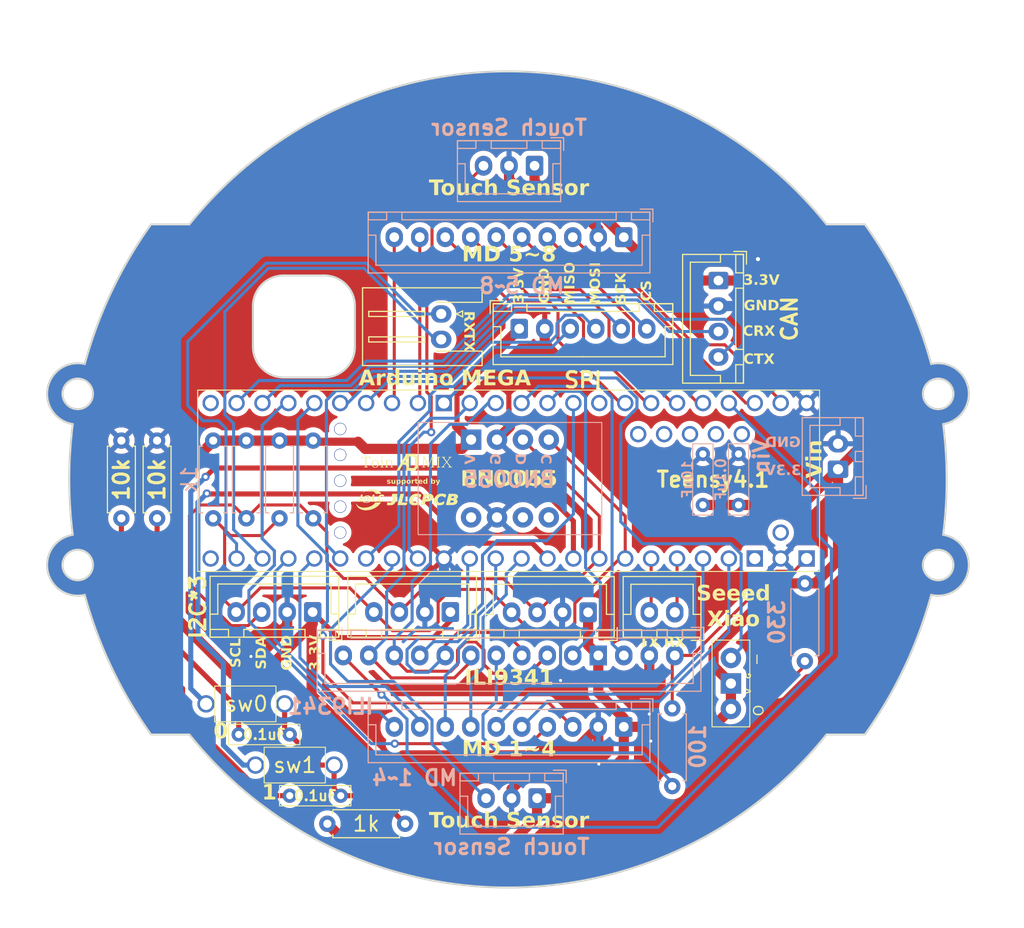
<source format=kicad_pcb>
(kicad_pcb (version 20221018) (generator pcbnew)
  (layers (0 "F.Cu" signal) (31 "B.Cu" signal) (34 "B.Paste" user) (35 "F.Paste" user) (36 "B.SilkS" user "B.Silkscreen") (37 "F.SilkS" user "F.Silkscreen") (38 "B.Mask" user) (39 "F.Mask" user) (44 "Edge.Cuts" user))
  (net 0 "")
  (net 1 "+3.3V")
  (net 2 "GND")
  (net 3 "Net-(D1-A)")
  (net 4 "RX8ofMain")
  (net 5 "TX8ofMain")
  (net 6 "RX5ofMain")
  (net 7 "TX5ofMain")
  (net 8 "Button1")
  (net 9 "Button0")
  (net 10 "Display_LED")
  (net 11 "Display_CS")
  (net 12 "Display_D{slash}C")
  (net 13 "Display_SDI(MOSI)")
  (net 14 "Display_SCK")
  (net 15 "Display_SDO(MISO)")
  (net 16 "Display_T_CS")
  (net 17 "Display_T_IRQ")
  (net 18 "motor1-1")
  (net 19 "motor1-2")
  (net 20 "motor2-1")
  (net 21 "motor2-2")
  (net 22 "motor3-1")
  (net 23 "motor3-2")
  (net 24 "motor4-1")
  (net 25 "motor4-2")
  (net 26 "motor5-1")
  (net 27 "motor5-2")
  (net 28 "motor6-1")
  (net 29 "motor6-2")
  (net 30 "motor7-1")
  (net 31 "motor7-2")
  (net 32 "motor8-1")
  (net 33 "motor8-2")
  (net 34 "SDA")
  (net 35 "SCL")
  (net 36 "MISO1")
  (net 37 "MOSI1")
  (net 38 "SCK1")
  (net 39 "CS1")
  (net 40 "TouchSig1")
  (net 41 "TouchSig2")
  (net 42 "CRX3ofMain")
  (net 43 "CTX3ofMain")
  (net 44 "Net-(SW1A-A)")
  (net 49 "Net-(J5-Pin_8)")
  (net 53 "Net-(C2-Pad1)")
  (net 54 "Net-(C2-Pad2)")
  (net 55 "Net-(C3-Pad1)")
  (footprint "Resistor_THT:R_Axial_DIN0207_L6.3mm_D2.5mm_P7.62mm_Horizontal" (layer "F.Cu") (at 165.5 96.19 -90)
    (fp_text reference "10k")
    (fp_text value "R")
  )
  (footprint "@images:JLCPCB_icon_10mm" (layer "F.Cu") (at 190 102)
    (fp_text reference "G***" hide)
    (fp_text value "LOGO" hide)
  )
  (footprint "Resistor_THT:R_Axial_DIN0207_L6.3mm_D2.5mm_P7.62mm_Horizontal" (layer "F.Cu") (at 182.19 133.75)
    (fp_text reference "1k")
    (fp_text value "R")
  )
  (footprint "Connector_JST:JST_XH_B2B-XH-A_1x02_P2.50mm_Vertical" (layer "F.Cu") (at 216.25 113.025 180)
    (fp_text reference "J3" hide)
    (fp_text value "Seeed Xiao_UI")
  )
  (footprint "Connector_JST:JST_XH_B4B-XH-A_1x04_P2.50mm_Vertical" (layer "F.Cu") (at 207.75 113.025 180)
    (fp_text reference "J6" hide)
    (fp_text value "HC-SR04")
  )
  (footprint "Connector_JST:JST_XH_B4B-XH-A_1x04_P2.50mm_Vertical" (layer "F.Cu") (at 220.525 80.5 -90)
    (fp_text reference "CAN")
    (fp_text value "CAN")
  )
  (footprint "Connector_JST:JST_XH_S2B-XH-A-1_1x02_P2.50mm_Horizontal" (layer "F.Cu") (at 193.35 83.775 -90)
    (fp_text reference "J1" hide)
    (fp_text value "Arduino MEGA 2560 PRO MINI")
  )
  (footprint "@admixFootPrints:Capacitor_0.1uF" (layer "F.Cu") (at 176 125)
    (fp_text reference "0.1uF")
    (fp_text value "C")
  )
  (footprint "@images:2ToinADMIX_LOGO_10mm" (layer "F.Cu") (at 190 98.25)
    (fp_text reference "G***" hide)
    (fp_text value "LOGO" hide)
  )
  (footprint "@admixFootPrints:SlideSwitch" (layer "F.Cu") (at 221.75 120 -90)
    (fp_text reference "SW1" hide)
    (fp_text value "SW_DPDT_x2")
  )
  (footprint "Connector_JST:JST_XH_B4B-XH-A_1x04_P2.50mm_Vertical" (layer "F.Cu") (at 180.75 113 180)
    (fp_text reference "I2C*3")
    (fp_text value "Unit V(?)")
  )
  (footprint "Connector_JST:JST_XH_B6B-XH-A_1x06_P2.50mm_Vertical" (layer "F.Cu") (at 201 85.225)
    (fp_text reference "SPI")
    (fp_text value "SPI")
  )
  (footprint "@admixFootPrints:Teensy 4.1" (layer "F.Cu") (at 199.96 100.13 -90)
    (fp_text reference "Teensy4.1")
    (fp_text value "~")
  )
  (footprint "@admixFootPrints:TactSwitch_2legs" (layer "F.Cu") (at 179 127.9772)
    (fp_text reference "sw1")
    (fp_text value "SW_Push")
  )
  (footprint "@admixFootPrints:TactSwitch_2legs" (layer "F.Cu") (at 174.1528 121.9772)
    (fp_text reference "sw0")
    (fp_text value "SW_Push")
  )
  (footprint "Connector_JST:JST_XH_B4B-XH-A_1x04_P2.50mm_Vertical" (layer "F.Cu") (at 194.25 113 180)
    (fp_text reference "J9" hide)
    (fp_text value "Pixy 2")
  )
  (footprint "@admixFootPrints:Capacitor_0.1uF" (layer "F.Cu") (at 181 131)
    (fp_text reference "0.1uF")
    (fp_text value "C")
  )
  (footprint "@admixFootPrints:SML-E12P8WT86" (layer "F.Cu") (at 224.5 120 -90)
    (fp_text reference "D1" hide)
    (fp_text value "LED_Small" hide)
  )
  (footprint "Resistor_THT:R_Axial_DIN0207_L6.3mm_D2.5mm_P7.62mm_Horizontal" (layer "F.Cu") (at 162 96.19 -90)
    (fp_text reference "10k")
    (fp_text value "R")
  )
  (footprint "Resistor_THT:R_Axial_DIN0207_L6.3mm_D2.5mm_P7.62mm_Horizontal" (layer "B.Cu") (at 177.5 96.19 -90)
    (fp_text reference "R3" hide)
    (fp_text value "2.2k")
  )
  (footprint "Connector_JST:JST_XH_B10B-XH-A_1x10_P2.50mm_Vertical" (layer "B.Cu") (at 211.25 76.25 180)
    (fp_text reference "MD 5~8")
    (fp_text value "MotorDriverRight")
  )
  (footprint "@admixFootPrints:Capacitor_0.1uF" (layer "B.Cu") (at 222.5 100 90)
    (fp_text reference "0.1uF")
    (fp_text value "0.1uF")
  )
  (footprint "Resistor_THT:R_Axial_DIN0207_L6.3mm_D2.5mm_P7.62mm_Horizontal" (layer "B.Cu") (at 216 130.06 90)
    (fp_text reference "100")
    (fp_text value "100")
  )
  (footprint "@admixFootPrints:Capacitor_0.1uF" (layer "B.Cu") (at 219 100 90)
    (fp_text reference "10uF")
    (fp_text value "10uF")
  )
  (footprint "Resistor_THT:R_Axial_DIN0207_L6.3mm_D2.5mm_P7.62mm_Horizontal" (layer "B.Cu") (at 174.25 96.19 -90)
    (fp_text reference "R4" hide)
    (fp_text value "2.2k")
  )
  (footprint "Resistor_THT:R_Axial_DIN0207_L6.3mm_D2.5mm_P7.62mm_Horizontal" (layer "B.Cu") (at 180.8 96.19 -90)
    (fp_text reference "1k")
    (fp_text value "2.2k")
  )
  (footprint "Connector_JST:JST_XH_B3B-XH-A_1x03_P2.50mm_Vertical" (layer "B.Cu") (at 202.75 131.25 180)
    (fp_text reference "Touch Sensor")
    (fp_text value "Touch SensorBack")
  )
  (footprint "Connector_JST:JST_XH_B2B-XH-A_1x02_P2.50mm_Vertical" (layer "B.Cu") (at 232.25 99 90)
    (fp_text reference "Vin")
    (fp_text value "3.3Vin")
  )
  (footprint "Connector_JST:JST_XH_B10B-XH-A_1x10_P2.50mm_Vertical" (layer "B.Cu") (at 211.25 124.25 180)
    (fp_text reference "MD 1~4")
    (fp_text value "MotorDriverLeft")
  )
  (footprint "Connector_JST:JST_XH_B14B-XH-A_1x14_P2.50mm_Vertical" (layer "B.Cu") (at 216.25 117.25 180)
    (fp_text reference "ILI9341")
    (fp_text value "ILI9341")
  )
  (footprint "Connector_JST:JST_XH_B3B-XH-A_1x03_P2.50mm_Vertical" (layer "B.Cu") (at 202.5 69.25 180)
    (fp_text reference "Touch Sensor")
    (fp_text value "Touch SensorFront")
  )
  (footprint "Resistor_THT:R_Axial_DIN0207_L6.3mm_D2.5mm_P7.62mm_Horizontal" (layer "B.Cu") (at 229 110.19 -90)
    (fp_text reference "330")
    (fp_text value "330")
  )
  (footprint "@admixFootPrints:AE-BNO055-BO" (layer "B.Cu") (at 200.09 99.91 -90)
    (fp_text reference "BNO055")
    (fp_text value "AE-BNO055-BO")
  )
  (footprint "Resistor_THT:R_Axial_DIN0207_L6.3mm_D2.5mm_P7.62mm_Horizontal" (layer "B.Cu") (at 171 96.19 -90)
    (fp_text reference "R5" hide)
    (fp_text value "2.2k")
  )
  (gr_arc (start 184.894649 87) (mid 184.015969 89.12132) (end 181.894649 90) (stroke (width 0.2)) (layer "Edge.Cuts"))
  (gr_arc (start 231.119639 125) (mid 199.894649 140) (end 168.669659 125) (stroke (width 0.2)) (layer "Edge.Cuts"))
  (gr_arc (start 234.88036 75) (mid 238.73856 81.556828) (end 241.380861 88.690968) (stroke (width 0.2)) (layer "Edge.Cuts"))
  (gr_arc (start 181.894649 80) (mid 184.015969 80.87868) (end 184.894649 83) (stroke (width 0.2)) (layer "Edge.Cuts"))
  (gr_arc (start 241.380861 88.690968) (mid 245.010779 91.025849) (end 242.55069 94.572098) (stroke (width 0.2)) (layer "Edge.Cuts"))
  (gr_arc (start 242.55069 105.427902) (mid 245.010771 108.97415) (end 241.380861 111.309032) (stroke (width 0.2)) (layer "Edge.Cuts"))
  (gr_circle (center 242.068416 108.388884) (end 243.568416 108.388884) (stroke (width 0.2)) (fill none) (layer "Edge.Cuts"))
  (gr_line (start 184.894649 87) (end 184.894649 83) (stroke (width 0.2)) (layer "Edge.Cuts"))
  (gr_line (start 181.894649 80) (end 177.894649 80) (stroke (width 0.2)) (layer "Edge.Cuts"))
  (gr_arc (start 158.408437 88.690968) (mid 161.050738 81.556828) (end 164.908938 75) (stroke (width 0.2)) (layer "Edge.Cuts"))
  (gr_line (start 174.894649 83) (end 174.894649 87) (stroke (width 0.2)) (layer "Edge.Cuts"))
  (gr_arc (start 174.894649 83) (mid 175.773329 80.87868) (end 177.894649 80) (stroke (width 0.2)) (layer "Edge.Cuts"))
  (gr_circle (center 242.068416 91.611116) (end 243.568416 91.611116) (stroke (width 0.2)) (fill none) (layer "Edge.Cuts"))
  (gr_arc (start 157.238608 94.572098) (mid 154.778526 91.025845) (end 158.408437 88.690968) (stroke (width 0.2)) (layer "Edge.Cuts"))
  (gr_arc (start 157.238608 105.427902) (mid 156.894649 100) (end 157.238608 94.572098) (stroke (width 0.2)) (layer "Edge.Cuts"))
  (gr_arc (start 242.55069 94.572098) (mid 242.894649 100) (end 242.55069 105.427902) (stroke (width 0.2)) (layer "Edge.Cuts"))
  (gr_line (start 234.88036 125) (end 231.119639 125) (stroke (width 0.2)) (layer "Edge.Cuts"))
  (gr_line (start 168.669659 125) (end 164.908938 125) (stroke (width 0.2)) (layer "Edge.Cuts"))
  (gr_line (start 164.908938 75) (end 168.669659 75) (stroke (width 0.2)) (layer "Edge.Cuts"))
  (gr_line (start 231.119639 75) (end 234.88036 75) (stroke (width 0.2)) (layer "Edge.Cuts"))
  (gr_arc (start 158.408437 111.309032) (mid 154.778527 108.974155) (end 157.238608 105.427902) (stroke (width 0.2)) (layer "Edge.Cuts"))
  (gr_arc (start 164.908938 125) (mid 161.050738 118.443172) (end 158.408437 111.309032) (stroke (width 0.2)) (layer "Edge.Cuts"))
  (gr_arc (start 241.380861 111.309032) (mid 238.73856 118.443172) (end 234.88036 125) (stroke (width 0.2)) (layer "Edge.Cuts"))
  (gr_line (start 177.894649 90) (end 181.894649 90) (stroke (width 0.2)) (layer "Edge.Cuts"))
  (gr_arc (start 168.669659 75) (mid 199.894649 60) (end 231.119639 75) (stroke (width 0.2)) (layer "Edge.Cuts"))
  (gr_circle (center 157.720882 91.611116) (end 159.220882 91.611116) (stroke (width 0.2)) (fill none) (layer "Edge.Cuts"))
  (gr_circle (center 157.720882 108.388884) (end 159.220882 108.388884) (stroke (width 0.2)) (fill none) (layer "Edge.Cuts"))
  (gr_arc (start 177.894649 90) (mid 175.773329 89.12132) (end 174.894649 87) (stroke (width 0.2)) (layer "Edge.Cuts"))
  (gr_text "C" (at 203.75 98 90) (layer "B.SilkS") (effects (font (size 1 1) (thickness 0.25) bold) (justify mirror)))
  (gr_text "GND" (at 226.85 96.4) (layer "B.SilkS") (effects (font (size 1 1) (thickness 0.25) bold) (justify mirror)))
  (gr_text "3.3V" (at 226.85 99.15) (layer "B.SilkS") (effects (font (size 1 1) (thickness 0.25) bold) (justify mirror)))
  (gr_text "D" (at 201.25 98 90) (layer "B.SilkS") (effects (font (size 1 1) (thickness 0.25) bold) (justify mirror)))
  (gr_text "G" (at 198.75 98 90) (layer "B.SilkS") (effects (font (size 1 1) (thickness 0.25) bold) (justify mirror)))
  (gr_text "V" (at 196.25 98 90) (layer "B.SilkS") (effects (font (size 1 1) (thickness 0.25) bold) (justify mirror)))
  (gr_text "TX" (at 195.45 85.475 -90) (layer "F.SilkS") (effects (font (size 1 1) (thickness 0.2) bold) (justify left bottom)))
  (gr_text "GND" (at 178.25 117 90) (layer "F.SilkS") (effects (font (size 1 1) (thickness 0.25) bold)))
  (gr_text "GND" (at 224.75 83) (layer "F.SilkS") (effects (font (size 1 1) (thickness 0.25) bold)))
  (gr_text "CS" (at 213.5 81.5 90) (layer "F.SilkS") (effects (font (size 1 1) (thickness 0.25) bold)))
  (gr_text "3.3V" (at 224.75 80.5) (layer "F.SilkS") (effects (font (size 1 1) (thickness 0.25) bold)))
  (gr_text "MD 1~4" (at 200 126.5) (layer "F.SilkS") (effects (font (size 1.5 1.5) (thickness 0.2) bold)))
  (gr_text "3.3V" (at 181 117 90) (layer "F.SilkS") (effects (font (size 1 1) (thickness 0.25) bold)))
  (gr_text "V" (at 223.5 120.75 90) (layer "F.SilkS") (effects (font (size 0.5 0.5) (thickness 0.125) bold)))
  (gr_text "MD 5~8" (at 200 78) (layer "F.SilkS") (effects (font (size 1.5 1.5) (thickness 0.2) bold)))
  (gr_text "TX" (at 213.75 116) (layer "F.SilkS") (effects (font (size 1 1) (thickness 0.25) bold)))
  (gr_text "GND" (at 203.5 81 90) (layer "F.SilkS") (effects (font (size 1 1) (thickness 0.25) bold)))
  (gr_text "G" (at 223.5 119.25 90) (layer "F.SilkS") (effects (font (size 0.5 0.5) (thickness 0.125) bold)))
  (gr_text "Touch Sensor" (at 200 71.5) (layer "F.SilkS") (effects (font (size 1.5 1.5) (thickness 0.3) bold)))
  (gr_text "Touch Sensor" (at 200 133.5) (layer "F.SilkS") (effects (font (size 1.5 1.5) (thickness 0.3) bold)))
  (gr_text "SCL" (at 173.25 117 90) (layer "F.SilkS") (effects (font (size 1 1) (thickness 0.25) bold)))
  (gr_text "Seeed\nXiao" (at 222 112.5) (layer "F.SilkS") (effects (font (size 1.5 1.5) (thickness 0.25) bold)))
  (gr_text "0" (at 171.75 124.75) (layer "F.SilkS") (effects (font (size 1.5 1.5) (thickness 0.2) bold)))
  (gr_text "Vin" (at 230 98 90) (layer "F.SilkS") (effects (font (size 1.5 1.5) (thickness 0.3) bold)))
  (gr_text "CTX" (at 224.5 88.25) (layer "F.SilkS") (effects (font (size 1 1) (thickness 0.25) bold)))
  (gr_text "CRX" (at 224.5 85.5) (layer "F.SilkS") (effects (font (size 1 1) (thickness 0.25) bold)))
  (gr_text "ILI9341" (at 200 119.5) (layer "F.SilkS") (effects (font (size 1.5 1.5) (thickness 0.3) bold)))
  (gr_text "Arduino MEGA" (at 185.25 91.025) (layer "F.SilkS") (effects (font (size 1.5 1.5) (thickness 0.2) bold) (justify left bottom)))
  (gr_text "MOSI" (at 208.5 80.75 90) (layer "F.SilkS") (effects (font (size 1 1) (thickness 0.25) bold)))
  (gr_text "RX" (at 216.25 116) (layer "F.SilkS") (effects (font (size 1 1) (thickness 0.25) bold)))
  (gr_text "supported by" (at 188 100.5) (layer "F.SilkS") (effects (font (size 0.5 0.5) (thickness 0.125) bold) (justify left bottom)))
  (gr_text "1" (at 176.5 130.75) (layer "F.SilkS") (effects (font (size 1.5 1.5) (thickness 0.2) bold)))
  (gr_text "RX" (at 195.45 83.475 270) (layer "F.SilkS") (effects (font (size 1 1) (thickness 0.2) bold) (justify left bottom)))
  (gr_text "MISO" (at 206 80.75 90) (layer "F.SilkS") (effects (font (size 1 1) (thickness 0.25) bold)))
  (gr_text "3.3V" (at 201 81 90) (layer "F.SilkS") (effects (font (size 1 1) (thickness 0.25) bold)))
  (gr_text "BNO055" (at 200 100) (layer "F.SilkS") (effects (font (size 1.5 1.5) (thickness 0.2) bold)))
  (gr_text "SDA" (at 175.75 117 90) (layer "F.SilkS") (effects (font (size 1 1) (thickness 0.25) bold)))
  (gr_text "SCK" (at 211 81.25 90) (layer "F.SilkS") (effects (font (size 1 1) (thickness 0.25) bold)))
  (segment (start 180.6505 121.1505) (end 180.6505 113.0995) (width 1) (layer "F.Cu") (net 1))
  (segment (start 221.75 120) (end 221.75 122.5) (width 1) (layer "F.Cu") (net 1))
  (segment (start 185.2 96.3) (end 185.9 97) (width 1) (layer "F.Cu") (net 1))
  (segment (start 184.44 136) (end 182.19 133.75) (width 1) (layer "F.Cu") (net 1))
  (segment (start 180.6505 113.0995) (end 180.75 113) (width 1) (layer "F.Cu") (net 1))
  (segment (start 202.75 133.05) (end 199.8 136) (width 1) (layer "F.Cu") (net 1))
  (segment (start 208.75 117.25) (end 208.75 120.9) (width 1) (layer "F.Cu") (net 1))
  (segment (start 180.75 113) (end 183.25 115.5) (width 0.5) (layer "F.Cu") (net 1))
  (segment (start 211.25 127.25) (end 207.25 131.25) (width 1) (layer "F.Cu") (net 1))
  (segment (start 180.75 113) (end 180.75 114.15) (width 1) (layer "F.Cu") (net 1))
  (segment (start 171 96.19) (end 174.25 96.19) (width 1) (layer "F.Cu") (net 1))
  (segment (start 207.2 72.2) (end 211.25 76.25) (width 1) (layer "F.Cu") (net 1))
  (segment (start 207.25 131.25) (end 202.75 131.25) (width 1) (layer "F.Cu") (net 1))
  (segment (start 202.5 69.25) (end 202.5 70.8) (width 1) (layer "F.Cu") (net 1))
  (segment (start 203.9 72.2) (end 207.2 72.2) (width 1) (layer "F.Cu") (net 1))
  (segment (start 167.3 99.95) (end 171 96.25) (width 1) (layer "F.Cu") (net 1))
  (segment (start 224.8 80.5) (end 234.6 90.3) (width 1) (layer "F.Cu") (net 1))
  (segment (start 195.11 91.115) (end 195.11 91.325) (width 1) (layer "F.Cu") (net 1))
  (segment (start 222.5 102.5) (end 219 102.5) (width 1) (layer "F.Cu") (net 1))
  (segment (start 202.5 70.8) (end 203.9 72.2) (width 1) (layer "F.Cu") (net 1))
  (segment (start 202.75 131.25) (end 202.75 133.05) (width 1) (layer "F.Cu") (net 1))
  (segment (start 211.25 123.4) (end 211.25 124.25) (width 0.5) (layer "F.Cu") (net 1))
  (segment (start 180.75 114.15) (end 175.8 119.1) (width 1) (layer "F.Cu") (net 1))
  (segment (start 230.01 110.19) (end 226.56 110.19) (width 1) (layer "F.Cu") (net 1))
  (segment (start 220.05 116.7) (end 220.05 118.3) (width 1) (layer "F.Cu") (net 1))
  (segment (start 220.525 80.5) (end 220.55 80.5) (width 0.5) (layer "F.Cu") (net 1))
  (segment (start 208.75 120.9) (end 211.25 123.4) (width 1) (layer "F.Cu") (net 1))
  (segment (start 172.9 119.1) (end 167.3 113.5) (width 1) (layer "F.Cu") (net 1))
  (segment (start 180.95 96.34) (end 180.8 96.19) (width 0.5) (layer "F.Cu") (net 1))
  (segment (start 220 124.25) (end 211.25 124.25) (width 1) (layer "F.Cu") (net 1))
  (segment (start 174.25 96.19) (end 177.5 96.19) (width 1) (layer "F.Cu") (net 1))
  (segment (start 232.25 107.95) (end 230.01 110.19) (width 1) (layer "F.Cu") (net 1))
  (segment (start 232.25 99) (end 232.25 107.95) (width 1) (layer "F.Cu") (net 1))
  (segment (start 180.8 96.19) (end 180.91 96.3) (width 0.5) (layer "F.Cu") (net 1))
  (segment (start 194.9 91.325) (end 194.9 94.78) (width 0.5) (layer "F.Cu") (net 1))
  (segment (start 195.38 97) (end 196.28 96.1) (width 1) (layer "F.Cu") (net 1))
  (segment (start 220.525 80.5) (end 215.4 80.5) (width 1) (layer "F.Cu") (net 1))
  (segment (start 228.75 102.5) (end 232.25 99) (width 1) (layer "F.Cu") (net 1))
  (segment (start 194.25 113.85) (end 194.25 113) (width 0.5) (layer "F.Cu") (net 1))
  (segment (start 183.25 115.5) (end 192.6 115.5) (width 0.5) (layer "F.Cu") (net 1))
  (segment (start 167.3 113.5) (end 167.3 99.95) (width 1) (layer "F.Cu") (net 1))
  (segment (start 192.6 115.5) (end 194.25 113.85) (width 0.5) (layer "F.Cu") (net 1))
  (segment (start 234.6 96.65) (end 232.25 99) (width 1) (layer "F.Cu") (net 1))
  (segment (start 211.25 124.25) (end 211.25 127.25) (width 1) (layer "F.Cu") (net 1))
  (segment (start 195.5 136) (end 180.6505 121.1505) (width 1) (layer "F.Cu") (net 1))
  (segment (start 175.8 119.1) (end 172.9 119.1) (width 1) (layer "F.Cu") (net 1))
  (segment (start 201 85.225) (end 195.11 91.115) (width 1) (layer "F.Cu") (net 1))
  (segment (start 220.05 118.3) (end 221.75 120) (width 1) (layer "F.Cu") (net 1))
  (segment (start 221.75 122.5) (end 220 124.25) (width 1) (layer "F.Cu") (net 1))
  (segment (start 194.9 94.78) (end 196.25 96.13) (width 1) (layer "F.Cu") (net 1))
  (segment (start 226.56 110.19) (end 220.05 116.7) (width 1) (layer "F.Cu") (net 1))
  (segment (start 215.4 80.5) (end 211.25 76.35) (width 1) (layer "F.Cu") (net 1))
  (segment (start 207.75 113.025) (end 207.75 116.25) (width 1) (layer "F.Cu") (net 1))
  (segment (start 199.8 136) (end 184.44 136) (width 1) (layer "F.Cu") (net 1))
  (segment (start 185.9 97) (end 195.38 97) (width 1) (layer "F.Cu") (net 1))
  (segment (start 220.55 80.5) (end 224.8 80.5) (width 1) (layer "F.Cu") (net 1))
  (segment (start 180.91 96.3) (end 185.2 96.3) (width 0.8) (layer "F.Cu") (net 1))
  (segment (start 234.6 90.3) (end 234.6 96.65) (width 1) (layer "F.Cu") (net 1))
  (segment (start 171 96.25) (end 171 96.19) (width 0.5) (layer "F.Cu") (net 1))
  (segment (start 207.75 116.25) (end 208.75 117.25) (width 1) (layer "F.Cu") (net 1))
  (segment (start 177.5 96.19) (end 180.8 96.19) (width 1) (layer "F.Cu") (net 1))
  (segment (start 222.5 102.5) (end 228.75 102.5) (width 1) (layer "F.Cu") (net 1))
  (segment (start 178.25 114.25) (end 175.15 117.35) (width 1) (layer "F.Cu") (net 2))
  (segment (start 200.08 94.84) (end 198.79 96.13) (width 1) (layer "F.Cu") (net 2))
  (segment (start 203.1 127.5) (end 205.5 127.5) (width 1) (layer "F.Cu") (net 2))
  (segment (start 203.5 87.65) (end 200.08 91.07) (width 1) (layer "F.Cu") (net 2))
  (segment (start 178.25 113) (end 178.25 113.8) (width 0.5) (layer "F.Cu") (net 2))
  (segment (start 203.5 85.225) (end 203.5 87.65) (width 1) (layer "F.Cu") (net 2))
  (segment (start 175.15 117.35) (end 174.7 117.35) (width 1) (layer "F.Cu") (net 2))
  (segment (start 200 93.047767) (end 200 94.76) (width 0.5) (layer "F.Cu") (net 2))
  (segment (start 208.75 75.45) (end 208.75 76.25) (width 1) (layer "F.Cu") (net 2))
  (segment (start 200 94.76) (end 200.08 94.84) (width 0.5) (layer "F.Cu") (net 2))
  (segment (start 199.98 91.17) (end 199.98 93.027767) (width 0.5) (layer "F.Cu") (net 2))
  (segment (start 206.7 73.4) (end 208.75 75.45) (width 1) (layer "F.Cu") (net 2))
  (segment (start 178.25 113.8) (end 178.25 114.25) (width 1) (layer "F.Cu") (net 2))
  (segment (start 200.25 130.35) (end 203.1 127.5) (width 1) (layer "F.Cu") (net 2))
  (segment (start 200 69.25) (end 200 70.6) (width 1) (layer "F.Cu") (net 2))
  (segment (start 200.25 131.25) (end 200.25 130.35) (width 1) (layer "F.Cu") (net 2))
  (segment (start 200.08 91.07) (end 199.98 91.17) (width 0.5) (layer "F.Cu") (net 2))
  (segment (start 205.5 127.5) (end 208.75 124.25) (width 1) (layer "F.Cu") (net 2))
  (segment (start 208.75 127.85) (end 208.8 127.9) (width 0.5) (layer "F.Cu") (net 2))
  (segment (start 200 70.6) (end 202.8 73.4) (width 1) (layer "F.Cu") (net 2))
  (segment (start 202.8 73.4) (end 206.7 73.4) (width 1) (layer "F.Cu") (net 2))
  (segment (start 199.98 93.027767) (end 200 93.047767) (width 0.5) (layer "F.Cu") (net 2))
  (segment (start 213.75 117.25) (end 213.75 123) (width 1) (layer "F.Cu") (net 2))
  (segment (start 208.75 124.25) (end 208.75 127.85) (width 1) (layer "F.Cu") (net 2))
  (via (at 174.7 117.35) (size 0.5) (drill 0.3) (layers "F.Cu" "B.Cu") (net 2))
  (via (at 208.8 127.9) (size 0.5) (drill 0.3) (layers "F.Cu" "B.Cu") (net 2))
  (via (at 213.9 125.65) (size 0.5) (drill 0.3) (layers "F.Cu" "B.Cu") (net 2))
  (via (at 224.4 78.4) (size 0.8) (drill 0.4) (layers "F.Cu" "B.Cu") (net 2))
  (via (at 205.05 119.7) (size 0.5) (drill 0.3) (layers "F.Cu" "B.Cu") (net 2))
  (via (at 213.75 123) (size 0.5) (drill 0.3) (layers "F.Cu" "B.Cu") (net 2))
  (segment (start 222.25 83) (end 224.4 80.85) (width 1) (layer "B.Cu") (net 2))
  (segment (start 224.4 80.85) (end 224.4 78.4) (width 1) (layer "B.Cu") (net 2))
  (segment (start 191.75 111.25) (end 191.75 113) (width 1) (layer "B.Cu") (net 2))
  (segment (start 193.61 107.75) (end 193.61 109.39) (width 1) (layer "B.Cu") (net 2))
  (segment (start 213.75 123) (end 213.75 125.5) (width 1) (layer "B.Cu") (net 2))
  (segment (start 213.75 125.5) (end 213.9 125.65) (width 1) (layer "B.Cu") (net 2))
  (segment (start 205.25 113.025) (end 205.05 113.225) (width 0.3) (layer "B.Cu") (net 2))
  (segment (start 220.525 83) (end 222.25 83) (width 1) (layer "B.Cu") (net 2))
  (segment (start 205.05 113.225) (end 205.05 119.7) (width 0.3) (layer "B.Cu") (net 2))
  (segment (start 193.61 109.39) (end 191.75 111.25) (width 1) (layer "B.Cu") (net 2))
  (segment (start 226.45 120.8) (end 229 118.25) (width 0.3) (layer "F.Cu") (net 3))
  (segment (start 224.5 120.8) (end 226.45 120.8) (width 0.3) (layer "F.Cu") (net 3))
  (segment (start 229 118.25) (end 229 117.81) (width 0.3) (layer "F.Cu") (net 3))
  (segment (start 168.5 86.492894) (end 168.5 92.75) (width 0.3) (layer "B.Cu") (net 4))
  (segment (start 172.25 95) (end 172.25 105.25) (width 0.3) (layer "B.Cu") (net 4))
  (segment (start 193.35 83.775) (end 190.982106 83.775) (width 0.3) (layer "B.Cu") (net 4))
  (segment (start 170 94.25) (end 171.5 94.25) (width 0.3) (layer "B.Cu") (net 4))
  (segment (start 173.29 106.29) (end 173.29 107.75) (width 0.3) (layer "B.Cu") (net 4))
  (segment (start 190.982106 83.775) (end 186.007106 78.8) (width 0.3) (layer "B.Cu") (net 4))
  (segment (start 172.25 105.25) (end 173.29 106.29) (width 0.3) (layer "B.Cu") (net 4))
  (segment (start 176.192894 78.8) (end 168.5 86.492894) (width 0.3) (layer "B.Cu") (net 4))
  (segment (start 186.007106 78.8) (end 176.192894 78.8) (width 0.3) (layer "B.Cu") (net 4))
  (segment (start 171.5 94.25) (end 172.25 95) (width 0.3) (layer "B.Cu") (net 4))
  (segment (start 168.5 92.75) (end 170 94.25) (width 0.3) (layer "B.Cu") (net 4))
  (segment (start 172.14 93.64) (end 173 94.5) (width 0.3) (layer "B.Cu") (net 5))
  (segment (start 173 94.5) (end 173 104.92) (width 0.3) (layer "B.Cu") (net 5))
  (segment (start 172.14 83.56) (end 172.14 93.64) (width 0.3) (layer "B.Cu") (net 5))
  (segment (start 173 104.92) (end 175.83 107.75) (width 0.3) (layer "B.Cu") (net 5))
  (segment (start 192.775 86.275) (end 185.8 79.3) (width 0.3) (layer "B.Cu") (net 5))
  (segment (start 176.4 79.3) (end 172.14 83.56) (width 0.3) (layer "B.Cu") (net 5))
  (segment (start 193.35 86.275) (end 192.775 86.275) (width 0.3) (layer "B.Cu") (net 5))
  (segment (start 185.8 79.3) (end 176.4 79.3) (width 0.3) (layer "B.Cu") (net 5))
  (segment (start 216.47 107.75) (end 216.47 112.805) (width 0.3) (layer "F.Cu") (net 6))
  (segment (start 216.47 112.805) (end 216.25 113.025) (width 0.3) (layer "F.Cu") (net 6))
  (segment (start 213.93 112.845) (end 213.75 113.025) (width 0.3) (layer "F.Cu") (net 7))
  (segment (start 213.93 107.75) (end 213.93 112.845) (width 0.3) (layer "F.Cu") (net 7))
  (segment (start 191.17 101.42) (end 196 106.25) (width 0.5) (layer "F.Cu") (net 8))
  (segment (start 202.27 106.25) (end 203.77 107.75) (width 0.5) (layer "F.Cu") (net 8))
  (segment (start 196 106.25) (end 202.27 106.25) (width 0.5) (layer "F.Cu") (net 8))
  (segment (start 170.42 101.42) (end 191.17 101.42) (width 0.5) (layer "F.Cu") (net 8))
  (segment (start 170.375 101.375) (end 170.42 101.42) (width 0.5) (layer "F.Cu") (net 8))
  (via (at 170.375 101.375) (size 0.8) (drill 0.4) (layers "F.Cu" "B.Cu") (net 8))
  (segment (start 172 126.054881) (end 173.945119 128) (width 0.5) (layer "B.Cu") (net 8))
  (segment (start 170.375 101.375) (end 169.5 102.25) (width 0.5) (layer "B.Cu") (net 8))
  (segment (start 172 118) (end 172 126.054881) (width 0.5) (layer "B.Cu") (net 8))
  (segment (start 169.5 115.5) (end 172 118) (width 0.5) (layer "B.Cu") (net 8))
  (segment (start 173.945119 128) (end 175.1472 128) (width 0.5) (layer "B.Cu") (net 8))
  (segment (start 169.5 102.25) (end 169.5 115.5) (width 0.5) (layer "B.Cu") (net 8))
  (segment (start 201.11061 98.88) (end 206.31 104.07939) (width 0.5) (layer "F.Cu") (net 9))
  (segment (start 206.31 104.07939) (end 206.31 107.75) (width 0.5) (layer "F.Cu") (net 9))
  (segment (start 170.25 99.75) (end 171.12 98.88) (width 0.5) (layer "F.Cu") (net 9))
  (segment (start 171.12 98.88) (end 201.11061 98.88) (width 0.5) (layer "F.Cu") (net 9))
  (via (at 170.25 99.75) (size 0.8) (drill 0.4) (layers "F.Cu" "B.Cu") (net 9))
  (segment (start 170.3 122) (end 168.8 120.5) (width 0.5) (layer "B.Cu") (net 9))
  (segment (start 168.8 120.5) (end 168.8 101.2) (width 0.5) (layer "B.Cu") (net 9))
  (segment (start 168.8 101.2) (end 170.25 99.75) (width 0.5) (layer "B.Cu") (net 9))
  (segment (start 217.95 117.25) (end 226.2 109) (width 0.3) (layer "F.Cu") (net 10))
  (segment (start 227.92 109) (end 229.17 107.75) (width 0.3) (layer "F.Cu") (net 10))
  (segment (start 216 122.44) (end 216 117.5) (width 0.3) (layer "F.Cu") (net 10))
  (segment (start 226.2 109) (end 227.92 109) (width 0.3) (layer "F.Cu") (net 10))
  (segment (start 216 117.5) (end 216.25 117.25) (width 0.3) (layer "F.Cu") (net 10))
  (segment (start 216.25 117.25) (end 217.95 117.25) (width 0.3) (layer "F.Cu") (net 10))
  (segment (start 210.1 116.1) (end 210.1 92) (width 0.3) (layer "B.Cu") (net 11))
  (segment (start 208.96 90.86) (end 202.88 90.86) (width 0.3) (layer "B.Cu") (net 11))
  (segment (start 202.88 90.86) (end 201.23 92.51) (width 0.3) (layer "B.Cu") (net 11))
  (segment (start 211.25 117.25) (end 210.1 116.1) (width 0.3) (layer "B.Cu") (net 11))
  (segment (start 210.1 92) (end 208.96 90.86) (width 0.3) (layer "B.Cu") (net 11))
  (segment (start 206.96 91.36) (end 207.5 91.9) (width 0.3) (layer "B.Cu") (net 12))
  (segment (start 207.5 91.9) (end 207.5 108.65) (width 0.3) (layer "B.Cu") (net 12))
  (segment (start 207.5 108.65) (end 208.95 110.1) (width 0.3) (layer "B.Cu") (net 12))
  (segment (start 206.25 117.15) (end 206.25 117.25) (width 0.3) (layer "B.Cu") (net 12))
  (segment (start 203.77 92.51) (end 204.92 91.36) (width 0.3) (layer "B.Cu") (net 12))
  (segment (start 208.95 114.45) (end 206.25 117.15) (width 0.3) (layer "B.Cu") (net 12))
  (segment (start 208.95 110.1) (end 208.95 114.45) (width 0.3) (layer "B.Cu") (net 12))
  (segment (start 204.92 91.36) (end 206.96 91.36) (width 0.3) (layer "B.Cu") (net 12))
  (segment (start 194.95 116.727944) (end 194.95 118.15) (width 0.3) (layer "F.Cu") (net 13))
  (segment (start 188.75 117.55) (end 188.75 117.25) (width 0.3) (layer "F.Cu") (net 13))
  (segment (start 198.4 119) (end 197.55 118.15) (width 0.3) (layer "F.Cu") (net 13))
  (segment (start 195.752944 115.925) (end 194.95 116.727944) (width 0.3) (layer "F.Cu") (net 13))
  (segment (start 202 119) (end 198.4 119) (width 0.3) (layer "F.Cu") (net 13))
  (segment (start 203.75 117.25) (end 202 119) (width 0.3) (layer "F.Cu") (net 13))
  (segment (start 194.95 118.15) (end 194.3 118.8) (width 0.3) (layer "F.Cu") (net 13))
  (segment (start 196.747056 115.925) (end 195.752944 115.925) (width 0.3) (layer "F.Cu") (net 13))
  (segment (start 190 118.8) (end 188.75 117.55) (width 0.3) (layer "F.Cu") (net 13))
  (segment (start 194.3 118.8) (end 190 118.8) (width 0.3) (layer "F.Cu") (net 13))
  (segment (start 197.55 116.727944) (end 196.747056 115.925) (width 0.3) (layer "F.Cu") (net 13))
  (segment (start 197.55 118.15) (end 197.55 116.727944) (width 0.3) (layer "F.Cu") (net 13))
  (segment (start 190.5 110) (end 192.3 108.2) (width 0.3) (layer "B.Cu") (net 13))
  (segment (start 192.3 96.5) (end 194.2 94.6) (width 0.3) (layer "B.Cu") (net 13))
  (segment (start 195.870811 94.6) (end 197.960811 92.51) (width 0.3) (layer "B.Cu") (net 13))
  (segment (start 188.75 117.25) (end 188.75 115.65) (width 0.3) (layer "B.Cu") (net 13))
  (segment (start 194.2 94.6) (end 195.870811 94.6) (width 0.3) (layer "B.Cu") (net 13))
  (segment (start 190.5 113.9) (end 190.5 110) (width 0.3) (layer "B.Cu") (net 13))
  (segment (start 188.75 115.65) (end 190.5 113.9) (width 0.3) (layer "B.Cu") (net 13))
  (segment (start 192.3 108.2) (end 192.3 96.5) (width 0.3) (layer "B.Cu") (net 13))
  (segment (start 197.960811 92.51) (end 198.69 92.51) (width 0.3) (layer "B.Cu") (net 13))
  (segment (start 195 115) (end 199.6 115) (width 0.3) (layer "F.Cu") (net 14))
  (segment (start 193.75 117.25) (end 193.75 116.25) (width 0.3) (layer "F.Cu") (net 14))
  (segment (start 201.25 116.65) (end 201.25 117.25) (width 0.3) (layer "F.Cu") (net 14))
  (segment (start 199.6 115) (end 201.25 116.65) (width 0.3) (layer "F.Cu") (net 14))
  (segment (start 193.75 116.25) (end 195 115) (width 0.3) (layer "F.Cu") (net 14))
  (segment (start 194.785788 115.4) (end 191.277944 115.4) (width 0.3) (layer "B.Cu") (net 14))
  (segment (start 196.15 107.75) (end 195.95 107.95) (width 0.3) (layer "B.Cu") (net 14))
  (segment (start 195.95 114.235788) (end 194.785788 115.4) (width 0.3) (layer "B.Cu") (net 14))
  (segment (start 191.277944 115.4) (end 190 116.677944) (width 0.3) (layer "B.Cu") (net 14))
  (segment (start 190.8 118.9) (end 192.1 118.9) (width 0.3) (layer "B.Cu") (net 14))
  (segment (start 195.95 107.95) (end 195.95 114.235788) (width 0.3) (layer "B.Cu") (net 14))
  (segment (start 190 118.1) (end 190.8 118.9) (width 0.3) (layer "B.Cu") (net 14))
  (segment (start 190 116.677944) (end 190 118.1) (width 0.3) (layer "B.Cu") (net 14))
  (segment (start 192.1 118.9) (end 193.75 117.25) (width 0.3) (layer "B.Cu") (net 14))
  (segment (start 188.45 119.45) (end 194.65 119.45) (width 0.3) (layer "F.Cu") (net 15))
  (segment (start 196.25 117.85) (end 196.25 117.25) (width 0.3) (layer "F.Cu") (net 15))
  (segment (start 186.25 117.25) (end 188.45 119.45) (width 0.3) (layer "F.Cu") (net 15))
  (segment (start 194.65 119.45) (end 196.25 117.85) (width 0.3) (layer "F.Cu") (net 15))
  (segment (start 194.8 94) (end 196.15 92.65) (width 0.3) (layer "B.Cu") (net 15))
  (segment (start 192.3 94) (end 194.8 94) (width 0.3) (layer "B.Cu") (net 15))
  (segment (start 196.15 92.65) (end 196.15 92.51) (width 0.3) (layer "B.Cu") (net 15))
  (segment (start 188 111) (end 189.7 109.3) (width 0.3) (layer "B.Cu") (net 15))
  (segment (start 189.7 109.3) (end 189.7 96.6) (width 0.3) (layer "B.Cu") (net 15))
  (segment (start 189.7 96.6) (end 192.3 94) (width 0.3) (layer "B.Cu") (net 15))
  (segment (start 186.25 117.25) (end 188 115.5) (width 0.3) (layer "B.Cu") (net 15))
  (segment (start 188 115.5) (end 188 111) (width 0.3) (layer "B.Cu") (net 15))
  (segment (start 198.813654 106) (end 203.7 106) (width 0.3) (layer "B.Cu") (net 16))
  (segment (start 192.6 115.9) (end 194.992894 115.9) (width 0.3) (layer "B.Cu") (net 16))
  (segment (start 191.25 117.25) (end 192.6 115.9) (width 0.3) (layer "B.Cu") (net 16))
  (segment (start 194.992894 115.9) (end 196.45 114.442894) (width 0.3) (layer "B.Cu") (net 16))
  (segment (start 196.45 113.135788) (end 197.4 112.185788) (width 0.3) (layer "B.Cu") (net 16))
  (segment (start 197.4 112.185788) (end 197.4 107.413654) (width 0.3) (layer "B.Cu") (net 16))
  (segment (start 197.4 107.413654) (end 198.813654 106) (width 0.3) (layer "B.Cu") (net 16))
  (segment (start 196.45 114.442894) (end 196.45 113.135788) (width 0.3) (layer "B.Cu") (net 16))
  (segment (start 206.31 103.39) (end 206.31 92.51) (width 0.3) (layer "B.Cu") (net 16))
  (segment (start 203.7 106) (end 206.31 103.39) (width 0.3) (layer "B.Cu") (net 16))
  (segment (start 187.5 121.1) (end 183.75 117.35) (width 0.3) (layer "F.Cu") (net 17))
  (segment (start 183.75 117.35) (end 183.75 117.25) (width 0.3) (layer "F.Cu") (net 17))
  (via (at 187.5 121.1) (size 0.8) (drill 0.4) (layers "F.Cu" "B.Cu") (net 17))
  (segment (start 187.6 121.1) (end 187.5 121.1) (width 0.3) (layer "B.Cu") (net 17))
  (segment (start 230.3 101.26) (end 230.3 105.5) (width 0.3) (layer "B.Cu") (net 17))
  (segment (start 214.6 134.1) (end 197.35 134.1) (width 0.3) (layer "B.Cu") (net 17))
  (segment (start 197.35 134.1) (end 190 126.75) (width 0.3) (layer "B.Cu") (net 17))
  (segment (start 231.6 117.1) (end 214.6 134.1) (width 0.3) (layer "B.Cu") (net 17))
  (segment (start 190 123.5) (end 187.6 121.1) (width 0.3) (layer "B.Cu") (net 17))
  (segment (start 230.3 105.5) (end 231.6 106.8) (width 0.3) (layer "B.Cu") (net 17))
  (segment (start 231.6 106.8) (end 231.6 117.1) (width 0.3) (layer "B.Cu") (net 17))
  (segment (start 190 126.75) (end 190 123.5) (width 0.3) (layer "B.Cu") (net 17))
  (segment (start 221.55 92.51) (end 230.3 101.26) (width 0.3) (layer "B.Cu") (net 17))
  (segment (start 210 80) (end 211.408578 80) (width 0.3) (layer "F.Cu") (net 18))
  (segment (start 218.208578 86.8) (end 221.147056 86.8) (width 0.3) (layer "F.Cu") (net 18))
  (segment (start 211.408578 80) (end 218.208578 86.8) (width 0.3) (layer "F.Cu") (net 18))
  (segment (start 206.25 76.25) (end 210 80) (width 0.3) (layer "F.Cu") (net 18))
  (segment (start 221.147056 86.8) (end 226.63 92.282944) (width 0.3) (layer "F.Cu") (net 18))
  (segment (start 226.63 92.282944) (end 226.63 92.51) (width 0.3) (layer "F.Cu") (net 18))
  (segment (start 223.211472 92.51) (end 224.09 92.51) (width 0.3) (layer "F.Cu") (net 19))
  (segment (start 208.857107 80.5) (end 211.201472 80.5) (width 0.3) (layer "F.Cu") (net 19))
  (segment (start 203.75 76.25) (end 207.9 80.4) (width 0.3) (layer "F.Cu") (net 19))
  (segment (start 211.201472 80.5) (end 223.211472 92.51) (width 0.3) (layer "F.Cu") (net 19))
  (segment (start 207.9 80.4) (end 208.757107 80.4) (width 0.3) (layer "F.Cu") (net 19))
  (segment (start 208.757107 80.4) (end 208.857107 80.5) (width 0.3) (layer "F.Cu") (net 19))
  (segment (start 201.25 76.25) (end 205.9 80.9) (width 0.3) (layer "F.Cu") (net 20))
  (segment (start 205.9 80.9) (end 208.55 80.9) (width 0.3) (layer "F.Cu") (net 20))
  (segment (start 218.51 92.51) (end 219.01 92.51) (width 0.3) (layer "F.Cu") (net 20))
  (segment (start 212.2 84.55) (end 212.2 86.2) (width 0.3) (layer "F.Cu") (net 20))
  (segment (start 208.55 80.9) (end 212.2 84.55) (width 0.3) (layer "F.Cu") (net 20))
  (segment (start 212.2 86.2) (end 218.51 92.51) (width 0.3) (layer "F.Cu") (net 20))
  (segment (start 198.75 76.25) (end 203.9 81.4) (width 0.3) (layer "F.Cu") (net 21))
  (segment (start 207 81.4) (end 209.8 84.2) (width 0.3) (layer "F.Cu") (net 21))
  (segment (start 203.9 81.4) (end 207 81.4) (width 0.3) (layer "F.Cu") (net 21))
  (segment (start 209.8 86.3) (end 216.01 92.51) (width 0.3) (layer "F.Cu") (net 21))
  (segment (start 216.01 92.51) (end 216.47 92.51) (width 0.3) (layer "F.Cu") (net 21))
  (segment (start 209.8 84.2) (end 209.8 86.3) (width 0.3) (layer "F.Cu") (net 21))
  (segment (start 202 82) (end 204.75 82) (width 0.3) (layer "F.Cu") (net 22))
  (segment (start 207.3 84.55) (end 207.3 86.3) (width 0.3) (layer "F.Cu") (net 22))
  (segment (start 207.3 86.3) (end 213.51 92.51) (width 0.3) (layer "F.Cu") (net 22))
  (segment (start 196.25 76.25) (end 202 82) (width 0.3) (layer "F.Cu") (net 22))
  (segment (start 213.51 92.51) (end 213.93 92.51) (width 0.3) (layer "F.Cu") (net 22))
  (segment (start 204.75 82) (end 207.3 84.55) (width 0.3) (layer "F.Cu") (net 22))
  (segment (start 204.8 83.45) (end 204.8 86.4) (width 0.3) (layer "F.Cu") (net 23))
  (segment (start 200 82.5) (end 203.85 82.5) (width 0.3) (layer "F.Cu") (net 23))
  (segment (start 193.75 76.25) (end 200 82.5) (width 0.3) (layer "F.Cu") (net 23))
  (segment (start 210.91 92.51) (end 211.39 92.51) (width 0.3) (layer "F.Cu") (net 23))
  (segment (start 204.8 86.4) (end 210.91 92.51) (width 0.3) (layer "F.Cu") (net 23))
  (segment (start 203.85 82.5) (end 204.8 83.45) (width 0.3) (layer "F.Cu") (net 23))
  (segment (start 191.25 76.25) (end 191.25 92.33) (width 0.3) (layer "F.Cu") (net 24))
  (segment (start 191.25 92.33) (end 191.07 92.51) (width 0.3) (layer "F.Cu") (net 24))
  (segment (start 188.75 76.25) (end 188.75 92.29) (width 0.3) (layer "F.Cu") (net 25))
  (segment (start 188.75 92.29) (end 188.53 92.51) (width 0.3) (layer "F.Cu") (net 25))
  (segment (start 182.6 119.8) (end 181.7505 118.9505) (width 0.3) (layer "F.Cu") (net 26))
  (segment (start 200.4 121.9) (end 184.7 121.9) (width 0.3) (layer "F.Cu") (net 26))
  (segment (start 203.9 121.9) (end 200.4 121.9) (width 0.3) (layer "F.Cu") (net 26))
  (segment (start 184.7 121.9) (end 182.6 119.8) (width 0.3) (layer "F.Cu") (net 26))
  (segment (start 181.7505 118.9505) (end 181.7505 115.325688) (width 0.3) (layer "F.Cu") (net 26))
  (segment (start 206.25 124.25) (end 203.9 121.9) (width 0.3) (layer "F.Cu") (net 26))
  (via (at 181.7505 115.325688) (size 0.8) (drill 0.4) (layers "F.Cu" "B.Cu") (net 26))
  (segment (start 179.3 94.12) (end 180.91 92.51) (width 0.3) (layer "B.Cu") (net 26))
  (segment (start 181.7505 114.3495) (end 182.2 113.9) (width 0.3) (layer "B.Cu") (net 26))
  (segment (start 179.3 104.513654) (end 179.3 94.12) (width 0.3) (layer "B.Cu") (net 26))
  (segment (start 182.2 107.413654) (end 179.3 104.513654) (width 0.3) (layer "B.Cu") (net 26))
  (segment (start 181.7505 115.325688) (end 181.7505 114.3495) (width 0.3) (layer "B.Cu") (net 26))
  (segment (start 182.2 113.9) (end 182.2 107.413654) (width 0.3) (layer "B.Cu") (net 26))
  (segment (start 202.1 125.9) (end 188.8 125.9) (width 0.3) (layer "F.Cu") (net 27))
  (segment (start 203.75 124.25) (end 202.1 125.9) (width 0.3) (layer "F.Cu") (net 27))
  (via (at 188.8 125.9) (size 0.8) (drill 0.4) (layers "F.Cu" "B.Cu") (net 27))
  (segment (start 186.5 125.9) (end 174.5 113.9) (width 0.3) (layer "B.Cu") (net 27))
  (segment (start 177.99 92.51) (end 178.37 92.51) (width 0.3) (layer "B.Cu") (net 27))
  (segment (start 188.8 125.9) (end 186.5 125.9) (width 0.3) (layer "B.Cu") (net 27))
  (segment (start 174.5 113.9) (end 174.5 110.9) (width 0.3) (layer "B.Cu") (net 27))
  (segment (start 175.8 94.7) (end 177.99 92.51) (width 0.3) (layer "B.Cu") (net 27))
  (segment (start 174.5 110.9) (end 177 108.4) (width 0.3) (layer "B.Cu") (net 27))
  (segment (start 175.8 105.8) (end 175.8 94.7) (width 0.3) (layer "B.Cu") (net 27))
  (segment (start 177 108.4) (end 177 107) (width 0.3) (layer "B.Cu") (net 27))
  (segment (start 177 107) (end 175.8 105.8) (width 0.3) (layer "B.Cu") (net 27))
  (segment (start 219.51 116.99) (end 221.55 114.95) (width 0.3) (layer "B.Cu") (net 28))
  (segment (start 214.757106 121.75) (end 219.51 116.997106) (width 0.3) (layer "B.Cu") (net 28))
  (segment (start 201.25 124.25) (end 203.75 121.75) (width 0.3) (layer "B.Cu") (net 28))
  (segment (start 203.75 121.75) (end 214.757106 121.75) (width 0.3) (layer "B.Cu") (net 28))
  (segment (start 221.55 114.95) (end 221.55 107.75) (width 0.3) (layer "B.Cu") (net 28))
  (segment (start 219.51 116.997106) (end 219.51 116.99) (width 0.3) (layer "B.Cu") (net 28))
  (segment (start 201.95 121.05) (end 214.75 121.05) (width 0.3) (layer "B.Cu") (net 29))
  (segment (start 219.01 116.79) (end 219.01 107.75) (width 0.3) (layer "B.Cu") (net 29))
  (segment (start 198.75 124.25) (end 201.95 121.05) (width 0.3) (layer "B.Cu") (net 29))
  (segment (start 214.75 121.05) (end 219.01 116.79) (width 0.3) (layer "B.Cu") (net 29))
  (segment (start 197.45 113.55) (end 197.45 118.45) (width 0.3) (layer "B.Cu") (net 30))
  (segment (start 201.23 107.75) (end 199.73 109.25) (width 0.3) (layer "B.Cu") (net 30))
  (segment (start 196.25 119.65) (end 196.25 124.25) (width 0.3) (layer "B.Cu") (net 30))
  (segment (start 199.73 109.25) (end 199.73 111.27) (width 0.3) (layer "B.Cu") (net 30))
  (segment (start 199.73 111.27) (end 197.45 113.55) (width 0.3) (layer "B.Cu") (net 30))
  (segment (start 197.45 118.45) (end 196.25 119.65) (width 0.3) (layer "B.Cu") (net 30))
  (segment (start 195.05 117.95) (end 195.05 116.55) (width 0.3) (layer "B.Cu") (net 31))
  (segment (start 198.69 111.602894) (end 198.69 107.75) (width 0.3) (layer "B.Cu") (net 31))
  (segment (start 193.75 124.25) (end 193.75 119.25) (width 0.3) (layer "B.Cu") (net 31))
  (segment (start 196.95 113.342894) (end 198.69 111.602894) (width 0.3) (layer "B.Cu") (net 31))
  (segment (start 196.95 114.65) (end 196.95 113.342894) (width 0.3) (layer "B.Cu") (net 31))
  (segment (start 195.05 116.55) (end 196.95 114.65) (width 0.3) (layer "B.Cu") (net 31))
  (segment (start 193.75 119.25) (end 195.05 117.95) (width 0.3) (layer "B.Cu") (net 31))
  (segment (start 187.925 120.3) (end 191.25 123.625) (width 0.3) (layer "B.Cu") (net 32))
  (segment (start 179.5 109.16) (end 179.5 117.485788) (width 0.3) (layer "B.Cu") (net 32))
  (segment (start 180.91 107.75) (end 179.5 109.16) (width 0.3) (layer "B.Cu") (net 32))
  (segment (start 179.5 117.485788) (end 182.314212 120.3) (width 0.3) (layer "B.Cu") (net 32))
  (segment (start 191.25 123.625) (end 191.25 124.25) (width 0.3) (layer "B.Cu") (net 32))
  (segment (start 182.314212 120.3) (end 187.925 120.3) (width 0.3) (layer "B.Cu") (net 32))
  (segment (start 187.3 122.8) (end 188.75 124.25) (width 0.3) (layer "B.Cu") (net 33))
  (segment (start 184.107106 122.8) (end 187.3 122.8) (width 0.3) (layer "B.Cu") (net 33))
  (segment (start 177.05 115.742894) (end 184.107106 122.8) (width 0.3) (layer "B.Cu") (net 33))
  (segment (start 178.37 107.75) (end 177.05 109.07) (width 0.3) (layer "B.Cu") (net 33))
  (segment (start 177.05 109.07) (end 177.05 115.742894) (width 0.3) (layer "B.Cu") (net 33))
  (segment (start 182.14 105.15) (end 182.14 108.066346) (width 0.3) (layer "F.Cu") (net 34))
  (segment (start 168.67 103.56) (end 168.67 110.242056) (width 0.3) (layer "F.Cu") (net 34))
  (segment (start 180.8 103.81) (end 182.14 105.15) (width 0.3) (layer "F.Cu") (net 34))
  (segment (start 199.455 109.73) (end 192.52 109.73) (width 0.3) (layer "F.Cu") (net 34))
  (segment (start 183.783654 109.71) (end 185.96 109.71) (width 0.3) (layer "F.Cu") (net 34))
  (segment (start 175.56 102.5) (end 174.25 103.81) (width 0.3) (layer "F.Cu") (net 34))
  (segment (start 202.75 113.025) (end 199.455 109.73) (width 0.3) (layer "F.Cu") (net 34))
  (segment (start 206.035 109.74) (end 202.75 113.025) (width 0.3) (layer "F.Cu") (net 34))
  (segment (start 169.73 102.5) (end 168.67 103.56) (width 0.3) (layer "F.Cu") (net 34))
  (segment (start 185.96 109.71) (end 189.25 113) (width 0.3) (layer "F.Cu") (net 34))
  (segment (start 182.14 108.066346) (end 183.783654 109.71) (width 0.3) (layer "F.Cu") (net 34))
  (segment (start 172.94 102.5) (end 169.73 102.5) (width 0.3) (layer "F.Cu") (net 34))
  (segment (start 206.83 109.74) (end 206.035 109.74) (width 0.3) (layer "F.Cu") (net 34))
  (segment (start 174.425 114.325) (end 175.75 113) (width 0.3) (layer "F.Cu") (net 34))
  (segment (start 208.85 107.75) (end 208.82 107.75) (width 0.3) (layer "F.Cu") (net 34))
  (segment (start 168.67 110.242056) (end 172.752944 114.325) (width 0.3) (layer "F.Cu") (net 34))
  (segment (start 208.82 107.75) (end 206.83 109.74) (width 0.3) (layer "F.Cu") (net 34))
  (segment (start 208.85 107.75) (end 208.85 103.59) (width 0.3) (layer "F.Cu") (net 34))
  (segment (start 174.25 103.81) (end 172.94 102.5) (width 0.3) (layer "F.Cu") (net 34))
  (segment (start 179.49 102.5) (end 175.56 102.5) (width 0.3) (layer "F.Cu") (net 34))
  (segment (start 192.52 109.73) (end 189.25 113) (width 0.3) (layer "F.Cu") (net 34))
  (segment (start 172.752944 114.325) (end 174.425 114.325) (width 0.3) (layer "F.Cu") (net 34))
  (segment (start 180.8 103.81) (end 179.49 102.5) (width 0.3) (layer "F.Cu") (net 34))
  (segment (start 208.85 103.59) (end 201.36 96.1) (width 0.3) (layer "F.Cu") (net 34))
  (segment (start 193.05 112.026472) (end 193.05 113.98) (width 0.3) (layer "F.Cu") (net 35))
  (segment (start 184.38 110.63) (end 175.62 110.63) (width 0.3) (layer "F.Cu") (net 35))
  (segment (start 186.75 113) (end 184.38 110.63) (width 0.3) (layer "F.Cu") (net 35))
  (segment (start 211.39 107.75) (end 210.851472 107.75) (width 0.3) (layer "F.Cu") (net 35))
  (segment (start 192.21 114.82) (end 188.57 114.82) (width 0.3) (layer "F.Cu") (net 35))
  (segment (start 206.45 112.151472) (end 206.45 114.05) (width 0.3) (layer "F.Cu") (net 35))
  (segment (start 198.005 110.78) (end 194.296472 110.78) (width 0.3) (layer "F.Cu") (net 35))
  (segment (start 193.05 113.98) (end 192.21 114.82) (width 0.3) (layer "F.Cu") (net 35))
  (segment (start 177.5 103.81) (end 175.81 105.5) (width 0.3) (layer "F.Cu") (net 35))
  (segment (start 210.851472 107.75) (end 206.45 112.151472) (width 0.3) (layer "F.Cu") (net 35))
  (segment (start 194.296472 110.78) (end 193.05 112.026472) (width 0.3) (layer "F.Cu") (net 35))
  (segment (start 211.39 103.59) (end 203.9 96.1) (width 0.3) (layer "F.Cu") (net 35))
  (segment (start 188.57 114.82) (end 186.75 113) (width 0.3) (layer "F.Cu") (net 35))
  (segment (start 172.12 111.87) (end 173.25 113) (width 0.3) (layer "F.Cu") (net 35))
  (segment (start 172.12 104.93) (end 172.12 111.87) (width 0.3) (layer "F.Cu") (net 35))
  (segment (start 171 103.81) (end 172.12 104.93) (width 0.3) (layer "F.Cu") (net 35))
  (segment (start 175.62 110.63) (end 173.25 113) (width 0.3) (layer "F.Cu") (net 35))
  (segment (start 205.25 115.25) (end 202.475 115.25) (width 0.3) (layer "F.Cu") (net 35))
  (segment (start 200.25 113.025) (end 198.005 110.78) (width 0.3) (layer "F.Cu") (net 35))
  (segment (start 175.81 105.5) (end 172.69 105.5) (width 0.3) (layer "F.Cu") (net 35))
  (segment (start 211.39 107.75) (end 211.39 103.59) (width 0.3) (layer "F.Cu") (net 35))
  (segment (start 206.45 114.05) (end 205.25 115.25) (width 0.3) (layer "F.Cu") (net 35))
  (segment (start 172.69 105.5) (end 171 103.81) (width 0.3) (layer "F.Cu") (net 35))
  (segment (start 202.475 115.25) (end 200.25 113.025) (width 0.3) (layer "F.Cu") (net 35))
  (segment (start 189.2 96.3) (end 189.2 104.54) (width 0.3) (layer "B.Cu") (net 36))
  (segment (start 193.1 90.9) (end 192.22 91.78) (width 0.3) (layer "B.Cu") (net 36))
  (segment (start 206 85.254162) (end 204.204162 87.05) (width 0.3) (layer "B.Cu") (net 36))
  (segment (start 198.414212 87.05) (end 194.564212 90.9) (width 0.3) (layer "B.Cu") (net 36))
  (segment (start 194.564212 90.9) (end 193.1 90.9) (width 0.3) (layer "B.Cu") (net 36))
  (segment (start 189.2 104.54) (end 185.99 107.75) (width 0.3) (layer "B.Cu") (net 36))
  (segment (start 192.22 93.28) (end 189.2 96.3) (width 0.3) (layer "B.Cu") (net 36))
  (segment (start 206 85.225) (end 206 85.254162) (width 0.3) (layer "B.Cu") (net 36))
  (segment (start 204.204162 87.05) (end 198.414212 87.05) (width 0.3) (layer "B.Cu") (net 36))
  (segment (start 192.22 91.78) (end 192.22 93.28) (width 0.3) (layer "B.Cu") (net 36))
  (segment (start 208.5 85.225) (end 207.175 83.9) (width 0.3) (layer "B.Cu") (net 37))
  (segment (start 204.7 85.847056) (end 203.997056 86.55) (width 0.3) (layer "B.Cu") (net 37))
  (segment (start 188.1 90.4) (end 185.99 92.51) (width 0.3) (layer "B.Cu") (net 37))
  (segment (start 198.207106 86.55) (end 194.357106 90.4) (width 0.3) (layer "B.Cu") (net 37))
  (segment (start 204.7 84.702944) (end 204.7 85.847056) (width 0.3) (layer "B.Cu") (net 37))
  (segment (start 194.357106 90.4) (end 188.1 90.4) (width 0.3) (layer "B.Cu") (net 37))
  (segment (start 203.997056 86.55) (end 198.207106 86.55) (width 0.3) (layer "B.Cu") (net 37))
  (segment (start 207.175 83.9) (end 205.502944 83.9) (width 0.3) (layer "B.Cu") (net 37))
  (segment (start 205.502944 83.9) (end 204.7 84.702944) (width 0.3) (layer "B.Cu") (net 37))
  (segment (start 200.65 83.4) (end 194.15 89.9) (width 0.3) (layer "B.Cu") (net 38))
  (segment (start 211 85.225) (end 209.175 83.4) (width 0.3) (layer "B.Cu") (net 38))
  (segment (start 186.8 89.9) (end 184.19 92.51) (width 0.3) (layer "B.Cu") (net 38))
  (segment (start 209.175 83.4) (end 200.65 83.4) (width 0.3) (layer "B.Cu") (net 38))
  (segment (start 184.19 92.51) (end 183.45 92.51) (width 0.3) (layer "B.Cu") (net 38))
  (segment (start 194.15 89.9) (end 186.8 89.9) (width 0.3) (layer "B.Cu") (net 38))
  (segment (start 184.692894 91.3) (end 183.033654 91.3) (width 0.3) (layer "B.Cu") (net 39))
  (segment (start 193.942894 89.4) (end 186.592894 89.4) (width 0.3) (layer "B.Cu") (net 39))
  (segment (start 186.592894 89.4) (end 184.692894 91.3) (width 0.3) (layer "B.Cu") (net 39))
  (segment (start 200.442894 82.9) (end 193.942894 89.4) (width 0.3) (layer "B.Cu") (net 39))
  (segment (start 213.5 85.225) (end 211.175 82.9) (width 0.3) (layer "B.Cu") (net 39))
  (segment (start 183.033654 91.3) (end 182.1 92.233654) (width 0.3) (layer "B.Cu") (net 39))
  (segment (start 211.175 82.9) (end 200.442894 82.9) (width 0.3) (layer "B.Cu") (net 39))
  (segment (start 182.1 92.233654) (end 182.1 106.4) (width 0.3) (layer "B.Cu") (net 39))
  (segment (start 182.1 106.4) (end 183.45 107.75) (width 0.3) (layer "B.Cu") (net 39))
  (segment (start 191.943173 77.756827) (end 191.943173 91.443173) (width 0.3) (layer "F.Cu") (net 40))
  (segment (start 197.5 69.3) (end 192.45 74.35) (width 0.3) (layer "F.Cu") (net 40))
  (segment (start 192.370023 91.870023) (end 192.370023 95.370023) (width 0.3) (layer "F.Cu") (net 40))
  (segment (start 192.45 74.35) (end 192.45 77.25) (width 0.3) (layer "F.Cu") (net 40))
  (segment (start 192.45 77.25) (end 191.943173 77.756827) (width 0.3) (layer "F.Cu") (net 40))
  (segment (start 191.943173 91.443173) (end 192.370023 91.870023) (width 0.3) (layer "F.Cu") (net 40))
  (segment (start 197.5 69.25) (end 197.5 69.3) (width 0.3) (layer "F.Cu") (net 40))
  (via (at 192.370023 95.370023) (size 0.8) (drill 0.4) (layers "F.Cu" "B.Cu") (net 40))
  (segment (start 190.2 106.88) (end 191.07 107.75) (width 0.3) (layer "B.Cu") (net 40))
  (segment (start 192.370023 95.370023) (end 191.637083 95.370023) (width 0.3) (layer "B.Cu") (net 40))
  (segment (start 190.2 96.807106) (end 190.2 106.88) (width 0.3) (layer "B.Cu") (net 40))
  (segment (start 191.637083 95.370023) (end 190.2 96.807106) (width 0.3) (layer "B.Cu") (net 40))
  (segment (start 192.45 125.95) (end 192.45 123.575) (width 0.3) (layer "B.Cu") (net 41))
  (segment (start 184.2 119.8) (end 182.5 118.1) (width 0.3) (layer "B.Cu") (net 41))
  (segment (start 192.45 123.575) (end 188.675 119.8) (width 0.3) (layer "B.Cu") (net 41))
  (segment (start 182.5 118.1) (end 182.5 114.7) (width 0.3) (layer "B.Cu") (net 41))
  (segment (start 188.675 119.8) (end 184.2 119.8) (width 0.3) (layer "B.Cu") (net 41))
  (segment (start 182.5 114.7) (end 188.53 108.67) (width 0.3) (layer "B.Cu") (net 41))
  (segment (start 197.75 131.25) (end 192.45 125.95) (width 0.3) (layer "B.Cu") (net 41))
  (segment (start 188.53 108.67) (end 188.53 107.75) (width 0.3) (layer "B.Cu") (net 41))
  (segment (start 177.54 90.8) (end 175.83 92.51) (width 0.3) (layer "B.Cu") (net 42))
  (segment (start 186.385788 88.9) (end 184.485788 90.8) (width 0.3) (layer "B.Cu") (net 42))
  (segment (start 184.485788 90.8) (end 177.54 90.8) (width 0.3) (layer "B.Cu") (net 42))
  (segment (start 215.7 85.5) (end 212.6 82.4) (width 0.3) (layer "B.Cu") (net 42))
  (segment (start 220.525 85.5) (end 215.7 85.5) (width 0.3) (layer "B.Cu") (net 42))
  (segment (start 212.6 82.4) (end 200.2 82.4) (width 0.3) (layer "B.Cu") (net 42))
  (segment (start 200.2 82.4) (end 193.7 88.9) (width 0.3) (layer "B.Cu") (net 42))
  (segment (start 193.7 88.9) (end 186.385788 88.9) (width 0.3) (layer "B.Cu") (net 42))
  (segment (start 184.1 90.3) (end 175.5 90.3) (width 0.3) (layer "B.Cu") (net 43))
  (segment (start 212.807106 81.9) (end 199.992894 81.9) (width 0.3) (layer "B.Cu") (net 43))
  (segment (start 186 88.4) (end 184.1 90.3) (width 0.3) (layer "B.Cu") (net 43))
  (segment (start 199.992894 81.9) (end 193.492894 88.4) (width 0.3) (layer "B.Cu") (net 43))
  (segment (start 220.525 88) (end 220.6 88) (width 0.3) (layer "B.Cu") (net 43))
  (segment (start 222.1 85.252944) (end 221.147056 84.3) (width 0.3) (layer "B.Cu") (net 43))
  (segment (start 222.1 86.5) (end 222.1 85.252944) (width 0.3) (layer "B.Cu") (net 43))
  (segment (start 215.207106 84.3) (end 212.807106 81.9) (width 0.3) (layer "B.Cu") (net 43))
  (segment (start 220.6 88) (end 222.1 86.5) (width 0.3) (layer "B.Cu") (net 43))
  (segment (start 193.492894 88.4) (end 186 88.4) (width 0.3) (layer "B.Cu") (net 43))
  (segment (start 221.147056 84.3) (end 215.207106 84.3) (width 0.3) (layer "B.Cu") (net 43))
  (segment (start 175.5 90.3) (end 173.29 92.51) (width 0.3) (layer "B.Cu") (net 43))
  (segment (start 212.54 92.033654) (end 210.556346 90.05) (width 0.3) (layer "B.Cu") (net 44))
  (segment (start 222.75 107.323654) (end 221.726346 106.3) (width 0.3) (layer "B.Cu") (net 44))
  (segment (start 221.726346 106.3) (end 213.1 106.3) (width 0.3) (layer "B.Cu") (net 44))
  (segment (start 210.95 94.576346) (end 212.54 92.986346) (width 0.3) (layer "B.Cu") (net 44))
  (segment (start 193.661318 92.51) (end 193.61 92.51) (width 0.3) (layer "B.Cu") (net 44))
  (segment (start 212.54 92.986346) (end 212.54 92.033654) (width 0.3) (layer "B.Cu") (net 44))
  (segment (start 213.1 106.3) (end 210.95 104.15) (width 0.3) (layer "B.Cu") (net 44))
  (segment (start 222.75 116.5) (end 222.75 107.323654) (width 0.3) (layer "B.Cu") (net 44))
  (segment (start 221.75 117.5) (end 222.75 116.5) (width 0.3) (layer "B.Cu") (net 44))
  (segment (start 210.95 104.15) (end 210.95 94.576346) (width 0.3) (layer "B.Cu") (net 44))
  (segment (start 196.121318 90.05) (end 193.661318 92.51) (width 0.3) (layer "B.Cu") (net 44))
  (segment (start 210.556346 90.05) (end 196.121318 90.05) (width 0.3) (layer "B.Cu") (net 44))
  (segment (start 198.75 121.75) (end 197.45 123.05) (width 0.3) (layer "B.Cu") (net 49))
  (segment (start 198.9 126.8) (end 213.1 126.8) (width 0.3) (layer "B.Cu") (net 49))
  (segment (start 197.45 123.05) (end 197.45 125.35) (width 0.3) (layer "B.Cu") (net 49))
  (segment (start 213.1 126.8) (end 216 129.7) (width 0.3) (layer "B.Cu") (net 49))
  (segment (start 198.75 117.25) (end 198.75 121.75) (width 0.3) (layer "B.Cu") (net 49))
  (segment (start 197.45 125.35) (end 198.9 126.8) (width 0.3) (layer "B.Cu") (net 49))
  (segment (start 216 129.7) (end 216 130.06) (width 0.3) (layer "B.Cu") (net 49))
  (segment (start 165.5 103.81) (end 165.5 114.5) (width 0.5) (layer "F.Cu") (net 53))
  (segment (start 173.5 122.5) (end 173.5 125) (width 0.5) (layer "F.Cu") (net 53))
  (segment (start 165.5 114.5) (end 173.5 122.5) (width 0.5) (layer "F.Cu") (net 53))
  (segment (start 187.06 131) (end 189.81 133.75) (width 0.5) (layer "F.Cu") (net 54))
  (segment (start 182.8472 128) (end 182.8472 130.3472) (width 0.5) (layer "F.Cu") (net 54))
  (segment (start 178 122) (end 178 124.5) (width 0.5) (layer "F.Cu") (net 54))
  (segment (start 182.8472 130.3472) (end 183.5 131) (width 0.5) (layer "F.Cu") (net 54))
  (segment (start 182.8472 128) (end 181.5 128) (width 0.5) (layer "F.Cu") (net 54))
  (segment (start 183.5 131) (end 187.06 131) (width 0.5) (layer "F.Cu") (net 54))
  (segment (start 181.5 128) (end 178.5 125) (width 0.5) (layer "F.Cu") (net 54))
  (segment (start 178 124.5) (end 178.5 125) (width 0.5) (layer "F.Cu") (net 54))
  (segment (start 168 123) (end 176 131) (width 0.5) (layer "F.Cu") (net 55))
  (segment (start 162 103.81) (end 162 110.5) (width 0.5) (layer "F.Cu") (net 55))
  (segment (start 176 131) (end 178.5 131) (width 0.5) (layer "F.Cu") (net 55))
  (segment (start 164.5 113) (end 164.5 117) (width 0.5) (layer "F.Cu") (net 55))
  (segment (start 168 120.5) (end 168 123) (width 0.5) (layer "F.Cu") (net 55))
  (segment (start 164.5 117) (end 168 120.5) (width 0.5) (layer "F.Cu") (net 55))
  (segment (start 162 110.5) (end 164.5 113) (width 0.5) (layer "F.Cu") (net 55))
  (zone (net 2) (net_name "GND") (layers "F&B.Cu") (connect_pads (clearance 0.5)) (min_thickness 0.25) (fill yes (thermal_gap 0.5) (thermal_bridge_width 0.5))
    (polygon (pts (xy 154 53.3) (xy 249.5 53) (xy 250.5 144) (xy 150.1 143.2)))
  )
)
</source>
